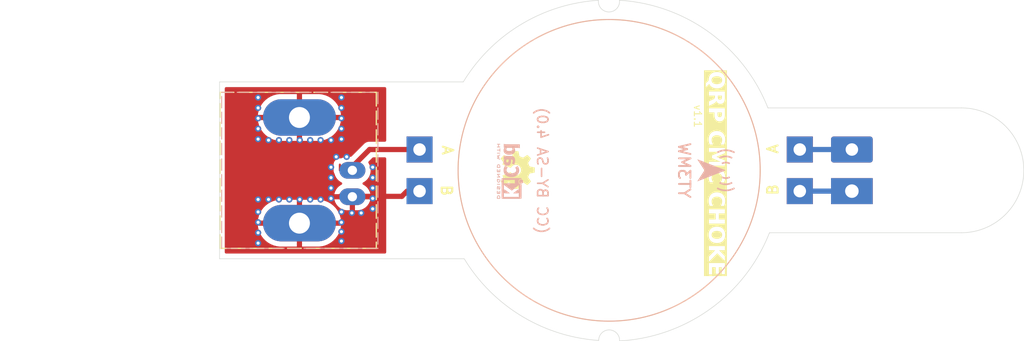
<source format=kicad_pcb>
(kicad_pcb (version 20241229) (generator "pcbnew") (generator_version "9.0")
  (title_block (title "QRP CMC Choke") (date "2026-01-02") (rev "1.1") (company "YT3MW"))
  (layers (0 "F.Cu" signal) (2 "B.Cu" signal) (13 "F.Paste" user) (15 "B.Paste" user) (5 "F.SilkS" user "F.Silkscreen") (7 "B.SilkS" user "B.Silkscreen") (1 "F.Mask" user) (3 "B.Mask" user) (25 "Edge.Cuts" user))
  (net 0 "")
  (net 1 "GND")
  (net 2 "Net-(C1-In)")
  (net 3 "Net-(COAX1-Pin_1)")
  (net 4 "Net-(F2-Pin_1)")
  (footprint "" (layer "F.Cu") (at 181.4 97.2)
    (property "Reference" "" (at -1.5 1 0) (layer "F.SilkS") (effects (font (size 1.27 1.27))))
    (property "Value" "")
    (pad "" np_thru_hole circle (at 0 0) (size 2.5 2.5) (drill 2.5) (layers "*.Cu" "*.Mask"))
  )
  (footprint "TestPoint:TestPoint_THTPad_2.5x2.5mm_Drill1.2mm" (layer "F.Cu") (at 171.9 102.2)
    (property "Reference" "J4" (hide yes))
    (property "Value" "Conn_01x01_Pin" (hide yes))
    (pad "1" thru_hole rect (at 0 0) (size 2.5 2.5) (drill 1.2) (layers "*.Cu" "*.Mask") (net 3 "Net-(COAX1-Pin_1)"))
  )
  (footprint "" (layer "F.Cu") (at 189.4 103.2)
    (property "Reference" "" (at 0 0 0) (layer "F.SilkS") (effects (font (size 1.27 1.27))))
    (property "Value" "")
    (pad "" np_thru_hole circle (at 0 0) (size 2.5 2.5) (drill 2.5) (layers "*.Cu" "*.Mask"))
  )
  (footprint "" (layer "F.Cu") (at 185.4 103.2)
    (property "Reference" "" (at 0 0 0) (layer "F.SilkS") (effects (font (size 1.27 1.27))))
    (property "Value" "")
    (pad "" np_thru_hole circle (at 0 0) (size 2.5 2.5) (drill 2.5) (layers "*.Cu" "*.Mask"))
  )
  (footprint "Connector_Coaxial:BNC_Amphenol_B6252HB-NPP3G-50_Horizontal" (layer "F.Cu") (at 128.95 100.2 90)
    (property "Reference" "C1" (hide yes))
    (property "Value" "BNC_CONN" (hide yes))
    (pad "1" thru_hole oval (at 0 0 90) (size 1.6 2.5) (drill 0.89) (layers "*.Cu" "*.Mask") (net 2 "Net-(C1-In)"))
    (pad "2" thru_hole oval (at -5.08 -5.08 90) (size 3.5 7) (drill 2.01) (layers "*.Cu" "*.Mask") (net 1 "GND"))
    (pad "2" thru_hole oval (at -2.54 0 90) (size 1.6 2.5) (drill 0.89) (layers "*.Cu" "*.Mask") (net 1 "GND"))
    (pad "2" thru_hole oval (at 5.08 -5.08 90) (size 3.5 7) (drill 2.01) (layers "*.Cu" "*.Mask") (net 1 "GND"))
  )
  (footprint "" (layer "F.Cu") (at 181.4 103.2)
    (property "Reference" "" (at 0 0 0) (layer "F.SilkS") (effects (font (size 1.27 1.27))))
    (property "Value" "")
    (pad "" np_thru_hole circle (at 0 0) (size 2.5 2.5) (drill 2.5) (layers "*.Cu" "*.Mask"))
  )
  (footprint "TestPoint:TestPoint_THTPad_2.5x2.5mm_Drill1.2mm" (layer "F.Cu") (at 135.4 98.2)
    (property "Reference" "J1" (hide yes))
    (property "Value" "Conn_01x01_Pin" (hide yes))
    (pad "1" thru_hole rect (at 0 0) (size 2.5 2.5) (drill 1.2) (layers "*.Cu" "*.Mask") (net 2 "Net-(C1-In)"))
  )
  (footprint "TestPoint:TestPoint_THTPad_2.5x2.5mm_Drill1.2mm" (layer "F.Cu") (at 176.9 102.2)
    (property "Reference" "COAX1" (hide yes))
    (property "Value" "Conn_01x01_Pin" (hide yes))
    (pad "1" thru_hole rect (at 0 0) (size 4 2.5) (drill 1.3) (layers "*.Cu" "*.Mask") (net 3 "Net-(COAX1-Pin_1)"))
  )
  (footprint "TestPoint:TestPoint_THTPad_2.5x2.5mm_Drill1.2mm" (layer "F.Cu") (at 171.9 98.2)
    (property "Reference" "F2" (hide yes))
    (property "Value" "Conn_01x01_Pin" (hide yes))
    (pad "1" thru_hole rect (at 0 0) (size 2.5 2.5) (drill 1.2) (layers "*.Cu" "*.Mask") (net 4 "Net-(F2-Pin_1)"))
  )
  (footprint "MountingHole:MountingHole_3.2mm_M3" (layer "F.Cu") (at 153.6 94.1)
    (property "Reference" "REF**" (hide yes))
    (property "Value" "MountingHole_3.2mm_M3" (hide yes))
    (pad "" np_thru_hole circle (at 0 0) (size 3.2 3.2) (drill 3.2) (layers "*.Cu" "*.Mask"))
  )
  (footprint "TestPoint:TestPoint_THTPad_2.5x2.5mm_Drill1.2mm" (layer "F.Cu") (at 176.9 98.2)
    (property "Reference" "J6" (hide yes))
    (property "Value" "Conn_01x01_Pin" (hide yes))
    (pad "1" thru_hole roundrect (at 0 0) (size 4 2.5) (drill 1.2) (layers "*.Cu" "*.Mask") (roundrect_rratio 0.1) (net 4 "Net-(F2-Pin_1)"))
  )
  (footprint "" (layer "F.Cu") (at 189.4 97.2)
    (property "Reference" "" (at 0 0 0) (layer "F.SilkS") (effects (font (size 1.27 1.27))))
    (property "Value" "")
    (pad "" np_thru_hole circle (at 0 0) (size 2.5 2.5) (drill 2.5) (layers "*.Cu" "*.Mask"))
  )
  (footprint "TestPoint:TestPoint_THTPad_2.5x2.5mm_Drill1.2mm" (layer "F.Cu") (at 135.4 102.2)
    (property "Reference" "F1" (hide yes))
    (property "Value" "Conn_01x01_Pin" (hide yes))
    (pad "1" thru_hole rect (at 0 0) (size 2.5 2.5) (drill 1.2) (layers "*.Cu" "*.Mask") (net 1 "GND"))
  )
  (footprint "MountingHole:MountingHole_3.2mm_M3" (layer "F.Cu") (at 153.6 106.3)
    (property "Reference" "REF**" (hide yes))
    (property "Value" "MountingHole_3.2mm_M3" (hide yes))
    (pad "" np_thru_hole circle (at 0 0) (size 3.2 3.2) (drill 3.2) (layers "*.Cu" "*.Mask"))
  )
  (footprint "" (layer "F.Cu") (at 185.4 97.2)
    (property "Reference" "" (at 0 0 0) (layer "F.SilkS") (effects (font (size 1.27 1.27))))
    (property "Value" "")
    (pad "" np_thru_hole circle (at 0 0) (size 2.5 2.5) (drill 2.5) (layers "*.Cu" "*.Mask"))
  )
  (footprint "Symbol:KiCad-Logo2_5mm_SilkScreen" (layer "B.Cu") (at 144.1 100.3 90)
    (property "Reference" "REF**" (hide yes))
    (property "Value" "KiCad-Logo2_5mm_SilkScreen" (hide yes))
  )
  (gr_circle (center 153.6 100.2) (end 168.1 100.2) (stroke (width 0.1)) (fill no) (layer "F.SilkS"))
  (gr_poly (pts (xy 146.457059 100.187061) (xy 146.454036 100.413855) (xy 146.407862 100.425255) (xy 146.394604 100.428259) (xy 146.374539 100.43245) (xy 146.317945 100.443629) (xy 146.245992 100.457263) (xy 146.166592 100.471825) (xy 146.089955 100.48638) (xy 146.025524 100.5) (xy 146 100.505983) (xy 145.980064 100.51116) (xy 145.966562 100.515342) (xy 145.962487 100.517) (xy 145.960338 100.518337) (xy 145.956641 100.524119) (xy 145.950657 100.535909) (xy 145.933223 100.574115) (xy 145.910824 100.62616) (xy 145.886247 100.68525) (xy 145.86228 100.744588) (xy 145.84171 100.79738) (xy 145.827323 100.836831) (xy 145.82332 100.84943) (xy 145.821908 100.856145) (xy 145.822042 100.856988) (xy 145.822438 100.858206) (xy 145.823993 100.861725) (xy 145.82652 100.86662) (xy 145.829967 100.872808) (xy 145.839412 100.888729) (xy 145.851908 100.908827) (xy 145.867037 100.932438) (xy 145.884378 100.958899) (xy 145.903513 100.987547) (xy 145.924022 101.017719) (xy 146.059126 101.214962) (xy 146.065753 101.224868) (xy 146.071935 101.234491) (xy 146.077537 101.243594) (xy 146.082425 101.251939) (xy 146.086462 101.259287) (xy 146.089513 101.265401) (xy 146.090626 101.26792) (xy 146.091443 101.270041) (xy 146.091945 101.271735) (xy 146.092116 101.272971) (xy 146.091896 101.273686) (xy 146.091245 101.274827) (xy 146.088689 101.278338) (xy 146.084534 101.283414) (xy 146.078866 101.289963) (xy 146.063335 101.307119) (xy 146.042786 101.329077) (xy 146.017907 101.355111) (xy 145.989386 101.384492) (xy 145.957912 101.416493) (xy 145.924174 101.450387) (xy 145.88105 101.493169) (xy 145.844569 101.528711) (xy 145.814252 101.557433) (xy 145.789622 101.579754) (xy 145.770199 101.596093) (xy 145.76229 101.602151) (xy 145.755505 101.606872) (xy 145.749782 101.610306) (xy 145.745062 101.612508) (xy 145.741285 101.613529) (xy 145.738391 101.613421) (xy 145.735638 101.612262) (xy 145.731077 101.609847) (xy 145.716951 101.601521) (xy 145.696846 101.588978) (xy 145.671599 101.572755) (xy 145.642044 101.553387) (xy 145.609017 101.531409) (xy 145.573352 101.507356) (xy 145.535886 101.481765) (xy 145.462992 101.432473) (xy 145.400998 101.392107) (xy 145.376141 101.376573) (xy 145.356472 101.364833) (xy 145.342812 101.357407) (xy 145.338492 101.355475) (xy 145.335982 101.354816) (xy 145.329487 101.356307) (xy 145.31683 101.360531) (xy 145.276569 101.375707) (xy 145.222281 101.397386) (xy 145.161051 101.422613) (xy 145.099961 101.448433) (xy 145.046095 101.471888) (xy 145.006535 101.490024) (xy 144.994334 101.496173) (xy 144.988365 101.499883) (xy 144.987303 101.501841) (xy 144.985836 101.506037) (xy 144.981792 101.520662) (xy 144.976449 101.542805) (xy 144.970022 101.571508) (xy 144.962726 101.605817) (xy 144.954777 101.644775) (xy 144.946389 101.687428) (xy 144.937777 101.73282) (xy 144.906582 101.895393) (xy 144.896067 101.947607) (xy 144.890968 101.970058) (xy 144.890467 101.970902) (xy 144.889634 101.971709) (xy 144.888458 101.97248) (xy 144.886924 101.973216) (xy 144.88502 101.973918) (xy 144.882733 101.974585) (xy 144.876956 101.975822) (xy 144.86949 101.97693) (xy 144.860229 101.977916) (xy 144.84907 101.978783) (xy 144.835908 101.979538) (xy 144.820639 101.980185) (xy 144.803158 101.98073) (xy 144.783361 101.981177) (xy 144.761143 101.981531) (xy 144.709029 101.981982) (xy 144.645979 101.982123) (xy 144.531658 101.98151) (xy 144.489341 101.98069) (xy 144.455918 101.979481) (xy 144.430636 101.977849) (xy 144.412744 101.975758) (xy 144.40149 101.973173) (xy 144.398117 101.971684) (xy 144.396122 101.970058) (xy 144.394981 101.96778) (xy 144.393503 101.963502) (xy 144.389628 101.949388) (xy 144.384686 101.928596) (xy 144.378867 101.902009) (xy 144.372361 101.870507) (xy 144.365357 101.834971) (xy 144.358045 101.796284) (xy 144.350613 101.755325) (xy 144.33581 101.674798) (xy 144.321944 101.605358) (xy 144.310613 101.55442) (xy 144.306396 101.538205) (xy 144.303412 101.529396) (xy 144.302496 101.527682) (xy 144.301384 101.52595) (xy 144.300066 101.524193) (xy 144.298528 101.522406) (xy 144.296759 101.520582) (xy 144.294747 101.518716) (xy 144.292481 101.516802) (xy 144.289948 101.514833) (xy 144.287137 101.512804) (xy 144.284036 101.510709) (xy 144.280633 101.508542) (xy 144.276917 101.506296) (xy 144.268496 101.501546) (xy 144.258678 101.496412) (xy 144.24737 101.490846) (xy 144.234477 101.4848) (xy 144.219904 101.478227) (xy 144.203557 101.471078) (xy 144.185341 101.463306) (xy 144.165162 101.454862) (xy 144.142925 101.445701) (xy 144.118536 101.435773) (xy 144.050085 101.408416) (xy 143.992133 101.385942) (xy 143.950794 101.370675) (xy 143.938264 101.366471) (xy 143.932179 101.36494) (xy 143.931291 101.36508) (xy 143.929938 101.365543) (xy 143.92589 101.367406) (xy 143.920135 101.370465) (xy 143.912774 101.374656) (xy 143.893638 101.386179) (xy 143.869288 101.401461) (xy 143.840527 101.419989) (xy 143.808163 101.441252) (xy 143.773 101.464736) (xy 143.735843 101.489929) (xy 143.663249 101.538643) (xy 143.630547 101.559949) (xy 143.601337 101.578536) (xy 143.576438 101.593888) (xy 143.556671 101.60549) (xy 143.542858 101.612829) (xy 143.53844 101.614739) (xy 143.535818 101.61539) (xy 143.534755 101.615171) (xy 143.533273 101.614519) (xy 143.529103 101.611962) (xy 143.5234 101.607807) (xy 143.516259 101.602138) (xy 143.507774 101.595042) (xy 143.498038 101.586606) (xy 143.475187 101.566055) (xy 143.448457 101.541174) (xy 143.418597 101.512651) (xy 143.386356 101.481177) (xy 143.352484 101.447439) (xy 143.300628 101.395115) (xy 143.260951 101.354526) (xy 143.231997 101.323894) (xy 143.221085 101.311756) (xy 143.212308 101.301441) (xy 143.205484 101.292727) (xy 143.20043 101.285392) (xy 143.196965 101.279213) (xy 143.194905 101.273968) (xy 143.194071 101.269435) (xy 143.194278 101.265392) (xy 143.195345 101.261617) (xy 143.197091 101.257888) (xy 143.201753 101.250149) (xy 143.210631 101.236358) (xy 143.238959 101.19371) (xy 143.27793 101.136116) (xy 143.323395 101.06975) (xy 143.367949 101.003953) (xy 143.387437 100.974341) (xy 143.404437 100.947911) (xy 143.41848 100.925403) (xy 143.429093 100.90756) (xy 143.435807 100.895123) (xy 143.437554 100.891164) (xy 143.438149 100.888835) (xy 143.437919 100.886938) (xy 143.437244 100.88425) (xy 143.436148 100.880821) (xy 143.434653 100.876702) (xy 143.432783 100.871941) (xy 143.430561 100.86659) (xy 143.425151 100.854312) (xy 143.418608 100.840268) (xy 143.411118 100.824856) (xy 143.402864 100.808475) (xy 143.394032 100.791523) (xy 143.385301 100.774685) (xy 143.377358 100.758633) (xy 143.370366 100.74374) (xy 143.364485 100.730385) (xy 143.35988 100.718942) (xy 143.35671 100.709787) (xy 143.355714 100.706185) (xy 143.355139 100.703297) (xy 143.355003 100.701168) (xy 143.355327 100.699847) (xy 143.35577 100.699333) (xy 143.356525 100.698695) (xy 143.35894 100.697061) (xy 143.362508 100.694975) (xy 143.367163 100.692469) (xy 143.379468 100.686316) (xy 143.395332 100.678844) (xy 143.414229 100.670296) (xy 143.435635 100.660915) (xy 143.459023 100.650944) (xy 143.483869 100.640625) (xy 143.87137 100.480291) (xy 143.974978 100.437635) (xy 144.06167 100.402702) (xy 144.122367 100.379099) (xy 144.14013 100.372672) (xy 144.147988 100.37043) (xy 144.148665 100.370509) (xy 144.149446 100.370744) (xy 144.150328 100.37113) (xy 144.151306 100.371664) (xy 144.152378 100.372342) (xy 144.15354 100.373161) (xy 144.156117 100.375202) (xy 144.15901 100.377757) (xy 144.16219 100.380795) (xy 144.165628 100.384284) (xy 144.169295 100.388194) (xy 144.173162 100.392494) (xy 144.1772 100.397153) (xy 144.181381 100.402139) (xy 144.185676 100.407422) (xy 144.190055 100.412971) (xy 144.194491 100.418754) (xy 144.198954 100.424741) (xy 144.203415 100.4309) (xy 144.218936 100.452146) (xy 144.234231 100.47202) (xy 144.249387 100.490594) (xy 144.264494 100.50794) (xy 144.279641 100.524126) (xy 144.294919 100.539226) (xy 144.310415 100.553308) (xy 144.326219 100.566445) (xy 144.342421 100.578707) (xy 144.35911 100.590165) (xy 144.376375 100.60089) (xy 144.394306 100.610953) (xy 144.412991 100.620424) (xy 144.432521 100.629375) (xy 144.452984 100.637876) (xy 144.474469 100.645999) (xy 144.498727 100.654129) (xy 144.522939 100.660972) (xy 144.547115 100.66653) (xy 144.571265 100.6708) (xy 144.595397 100.673782) (xy 144.619522 100.675476) (xy 144.643648 100.67588) (xy 144.667785 100.674996) (xy 144.691942 100.67282) (xy 144.716129 100.669354) (xy 144.740355 100.664597) (xy 144.764629 100.658547) (xy 144.78896 100.651205) (xy 144.813359 100.642569) (xy 144.837833 100.632639) (xy 144.862394 100.621415) (xy 144.878232 100.613406) (xy 144.893722 100.604836) (xy 144.908855 100.595722) (xy 144.923619 100.58608) (xy 144.938006 100.575926) (xy 144.952004 100.565277) (xy 144.965604 100.554148) (xy 144.978796 100.542556) (xy 144.991568 100.530518) (xy 145.003912 100.518049) (xy 145.015816 100.505166) (xy 145.027271 100.491885) (xy 145.038267 100.478223) (xy 145.048793 100.464195) (xy 145.058839 100.449818) (xy 145.068394 100.435108) (xy 145.07745 100.420081) (xy 145.085995 100.404754) (xy 145.09402 100.389144) (xy 145.101514 100.373265) (xy 145.108466 100.357135) (xy 145.114868 100.34077) (xy 145.120708 100.324185) (xy 145.125977 100.307398) (xy 145.130664 100.290425) (xy 145.134759 100.273281) (xy 145.138252 100.255983) (xy 145.141133 100.238548) (xy 145.143391 100.220992) (xy 145.145017 100.20333) (xy 145.145999 100.185579) (xy 145.146329 100.167756) (xy 145.145894 100.147559) (xy 145.1446 100.127458) (xy 145.139502 100.087639) (xy 145.131173 100.048487) (xy 145.119752 100.010188) (xy 145.105373 99.972929) (xy 145.088176 99.936896) (xy 145.068298 99.902276) (xy 145.045875 99.869256) (xy 145.021044 99.838022) (xy 144.993944 99.80876) (xy 144.964712 99.781658) (xy 144.933484 99.756903) (xy 144.900398 99.734679) (xy 144.865591 99.715175) (xy 144.847585 99.706501) (xy 144.829201 99.698577) (xy 144.810455 99.691426) (xy 144.791364 99.685072) (xy 144.774963 99.680484) (xy 144.757537 99.676509) (xy 144.739234 99.673145) (xy 144.7202 99.670393) (xy 144.700581 99.668252) (xy 144.680523 99.666723) (xy 144.660172 99.665806) (xy 144.639675 99.6655) (xy 144.619178 99.665806) (xy 144.598827 99.666723) (xy 144.578769 99.668252) (xy 144.55915 99.670393) (xy 144.540116 99.673145) (xy 144.521813 99.676509) (xy 144.504387 99.680484) (xy 144.487986 99.685072) (xy 144.467306 99.692049) (xy 144.446799 99.700144) (xy 144.426491 99.709338) (xy 144.406407 99.719607) (xy 144.386574 99.730933) (xy 144.367018 99.743294) (xy 144.347765 99.756668) (xy 144.328842 99.771037) (xy 144.310275 99.786377) (xy 144.29209 99.80267) (xy 144.274313 99.819894) (xy 144.25697 99.838027) (xy 144.240088 99.85705) (xy 144.223693 99.876942) (xy 144.207811 99.897681) (xy 144.192469 99.919247) (xy 144.18921 99.923918) (xy 144.185911 99.928458) (xy 144.182596 99.932842) (xy 144.179287 99.937049) (xy 144.176008 99.941054) (xy 144.17278 99.944834) (xy 144.169628 99.948366) (xy 144.166573 99.951625) (xy 144.16364 99.954589) (xy 144.16085 99.957233) (xy 144.158227 99.959536) (xy 144.155793 99.961472) (xy 144.153572 99.963019) (xy 144.151586 99.964153) (xy 144.149858 99.964851) (xy 144.149098 99.965028) (xy 144.148412 99.965088) (xy 144.146403 99.964792) (xy 144.143037 99.963924) (xy 144.132543 99.960587) (xy 144.117551 99.95531) (xy 144.098681 99.948328) (xy 144.076556 99.939874) (xy 144.051797 99.930182) (xy 144.025024 99.919486) (xy 143.996859 99.90802) (xy 143.506193 99.704879) (xy 143.396792 99.657751) (xy 143.369842 99.645167) (xy 143.359016 99.638901) (xy 143.358415 99.638177) (xy 143.357915 99.637326) (xy 143.357518 99.636346) (xy 143.357223 99.635236) (xy 143.357032 99.633994) (xy 143.356946 99.632618) (xy 143.356965 99.631107) (xy 143.357089 99.629459) (xy 143.35732 99.627674) (xy 143.357657 99.625748) (xy 143.358103 99.623682) (xy 143.358656 99.621472) (xy 143.360092 99.616619) (xy 143.361968 99.611177) (xy 143.364292 99.605132) (xy 143.367067 99.598474) (xy 143.370301 99.591188) (xy 143.373997 99.583264) (xy 143.378161 99.574689) (xy 143.382799 99.56545) (xy 143.387917 99.555536) (xy 143.393518 99.544933) (xy 143.402468 99.527797) (xy 143.410825 99.511251) (xy 143.418403 99.495698) (xy 143.425019 99.481538) (xy 143.430486 99.469175) (xy 143.43462 99.459011) (xy 143.437236 99.451447) (xy 143.437917 99.448766) (xy 143.438149 99.446886) (xy 143.438 99.445942) (xy 143.437556 99.444582) (xy 143.435817 99.440655) (xy 143.432988 99.435199) (xy 143.42913 99.428306) (xy 143.41856 99.410575) (xy 143.404574 99.388201) (xy 143.387641 99.361922) (xy 143.36823 99.332474) (xy 143.34681 99.300595) (xy 143.32385 99.267024) (xy 143.278525 99.200904) (xy 143.239606 99.143354) (xy 143.211233 99.100555) (xy 143.202295 99.086618) (xy 143.197545 99.078686) (xy 143.196528 99.076698) (xy 143.195649 99.07475) (xy 143.194932 99.072814) (xy 143.1944 99.070859) (xy 143.194077 99.068855) (xy 143.194002 99.067826) (xy 143.193988 99.066774) (xy 143.194039 99.065694) (xy 143.194157 99.064585) (xy 143.194346 99.06344) (xy 143.194608 99.062258) (xy 143.194947 99.061034) (xy 143.195365 99.059765) (xy 143.196451 99.057075) (xy 143.197891 99.054158) (xy 143.199709 99.050986) (xy 143.20193 99.047528) (xy 143.204576 99.043754) (xy 143.207672 99.039635) (xy 143.211243 99.035142) (xy 143.215312 99.030245) (xy 143.219903 99.024913) (xy 143.22504 99.019118) (xy 143.230748 99.012829) (xy 143.23705 99.006017) (xy 143.243971 98.998652) (xy 143.259764 98.982146) (xy 143.278319 98.963074) (xy 143.299829 98.941197) (xy 143.324487 98.916278) (xy 143.352485 98.88808) (xy 143.352272 98.888096) (xy 143.386128 98.854358) (xy 143.418324 98.822884) (xy 143.448112 98.794363) (xy 143.474744 98.769482) (xy 143.497472 98.748931) (xy 143.515549 98.733399) (xy 143.528227 98.723575) (xy 143.532308 98.721018) (xy 143.534759 98.720147) (xy 143.535787 98.720311) (xy 143.537275 98.720798) (xy 143.541579 98.722708) (xy 143.547569 98.725812) (xy 143.555145 98.730047) (xy 143.574643 98.74165) (xy 143.599261 98.757001) (xy 143.628183 98.775588) (xy 143.660595 98.796894) (xy 143.695685 98.820406) (xy 143.732637 98.845608) (xy 143.804612 98.894306) (xy 143.865775 98.934155) (xy 143.890281 98.949477) (xy 143.909657 98.961045) (xy 143.923097 98.968346) (xy 143.927337 98.970236) (xy 143.929789 98.970866) (xy 143.932202 98.970482) (xy 143.936314 98.969397) (xy 143.949251 98.965263) (xy 143.967827 98.958754) (xy 143.991271 98.950157) (xy 144.018812 98.93976) (xy 144.049677 98.927852) (xy 144.083095 98.914719) (xy 144.118294 98.90065) (xy 144.16578 98.881313) (xy 144.204564 98.865029) (xy 144.235515 98.851359) (xy 144.259502 98.83986) (xy 144.277392 98.830092) (xy 144.284322 98.825719) (xy 144.290054 98.821613) (xy 144.294696 98.817719) (xy 144.298357 98.813982) (xy 144.301145 98.810347) (xy 144.303169 98.806758) (xy 144.30448 98.803276) (xy 144.306126 98.797828) (xy 144.310328 98.781499) (xy 144.315571 98.758701) (xy 144.321656 98.730363) (xy 144.32838 98.697416) (xy 144.335542 98.660788) (xy 144.342939 98.621409) (xy 144.350371 98.580208) (xy 144.36517 98.500565) (xy 144.378659 98.433531) (xy 144.384457 98.406945) (xy 144.389381 98.386154) (xy 144.393249 98.372038) (xy 144.394731 98.367759) (xy 144.39588 98.365479) (xy 144.39669 98.364646) (xy 144.397825 98.363849) (xy 144.399296 98.363086) (xy 144.401114 98.362357) (xy 144.405835 98.361) (xy 144.412078 98.359773) (xy 144.419932 98.358671) (xy 144.429487 98.357691) (xy 144.440831 98.356827) (xy 144.454054 98.356075) (xy 144.469246 98.35543) (xy 144.486495 98.354889) (xy 144.505891 98.354447) (xy 144.527524 98.3541) (xy 144.577857 98.35367) (xy 144.638208 98.353565) (xy 144.729477 98.35418) (xy 144.805863 98.355746) (xy 144.859366 98.358028) (xy 144.875037 98.359365) (xy 144.879665 98.360069) (xy 144.881987 98.360792) (xy 144.882603 98.361439) (xy 144.883315 98.362641) (xy 144.885014 98.366648) (xy 144.887058 98.372699) (xy 144.889421 98.380679) (xy 144.895 98.401965) (xy 144.901544 98.429586) (xy 144.908844 98.462622) (xy 144.916694 98.500153) (xy 144.924885 98.541261) (xy 144.93321 98.585025) (xy 144.949453 98.670908) (xy 144.963997 98.744228) (xy 144.975235 98.797208) (xy 144.979113 98.813639) (xy 144.981561 98.822068) (xy 144.982229 98.823429) (xy 144.983159 98.82486) (xy 144.984354 98.826365) (xy 144.985819 98.827943) (xy 144.987558 98.829599) (xy 144.989575 98.831334) (xy 144.994461 98.83505) (xy 145.000511 98.839108) (xy 145.007758 98.843526) (xy 145.016235 98.848321) (xy 145.025977 98.853512) (xy 145.037017 98.859114) (xy 145.049389 98.865146) (xy 145.063126 98.871626) (xy 145.078261 98.87857) (xy 145.094829 98.885996) (xy 145.112864 98.893921) (xy 145.132398 98.902363) (xy 145.153465 98.91134) (xy 145.218563 98.938275) (xy 145.274697 98.960332) (xy 145.29753 98.96882) (xy 145.315875 98.975235) (xy 145.328982 98.979293) (xy 145.333338 98.980349) (xy 145.336103 98.980709) (xy 145.3373 98.980543) (xy 145.338957 98.980051) (xy 145.343593 98.978122) (xy 145.349909 98.974985) (xy 145.3578 98.970707) (xy 145.377894 98.958984) (xy 145.403046 98.943474) (xy 145.432426 98.924696) (xy 145.465205 98.90317) (xy 145.500553 98.879416) (xy 145.53764 98.853954) (xy 145.609982 98.804349) (xy 145.671901 98.76299) (xy 145.716816 98.734199) (xy 145.730842 98.725865) (xy 145.738149 98.722294) (xy 145.739497 98.722085) (xy 145.741053 98.722147) (xy 145.742824 98.722488) (xy 145.744819 98.723114) (xy 145.747046 98.724033) (xy 145.749512 98.725252) (xy 145.752225 98.726778) (xy 145.755194 98.728618) (xy 145.761931 98.733266) (xy 145.769786 98.739254) (xy 145.778824 98.746637) (xy 145.789107 98.755471) (xy 145.800702 98.765814) (xy 145.81367 98.77772) (xy 145.828077 98.791246) (xy 145.843987 98.806448) (xy 145.861463 98.823383) (xy 145.88057 98.842106) (xy 145.923932 98.885141) (xy 145.989149 98.951085) (xy 146.042559 99.006634) (xy 146.063114 99.028685) (xy 146.078649 99.045946) (xy 146.088476 99.057688) (xy 146.091033 99.061261) (xy 146.091904 99.06318) (xy 146.091221 99.065226) (xy 146.089218 99.069175) (xy 146.081518 99.082362) (xy 146.069346 99.101911) (xy 146.053241 99.126988) (xy 146.033745 99.156763) (xy 146.011397 99.190403) (xy 145.986738 99.227076) (xy 145.960308 99.265951) (xy 145.908864 99.341981) (xy 145.866052 99.406707) (xy 145.836343 99.453277) (xy 145.827798 99.467611) (xy 145.824206 99.474836) (xy 145.824721 99.481288) (xy 145.827858 99.493657) (xy 145.840659 99.532779) (xy 145.859941 99.585478) (xy 145.883031 99.645031) (xy 145.907259 99.704714) (xy 145.929955 99.757803) (xy 145.948448 99.797575) (xy 145.955283 99.810366) (xy 145.960066 99.817306) (xy 145.964188 99.819447) (xy 145.972951 99.822382) (xy 146.00318 99.830378) (xy 146.048325 99.840789) (xy 146.105954 99.853108) (xy 146.173636 99.866832) (xy 146.248941 99.881452) (xy 146.32944 99.896465) (xy 146.4127 99.911365) (xy 146.417458 99.912266) (xy 146.421873 99.913242) (xy 146.425957 99.914299) (xy 146.429721 99.915444) (xy 146.433177 99.916687) (xy 146.436335 99.918035) (xy 146.439207 99.919495) (xy 146.441804 99.921075) (xy 146.444138 99.922783) (xy 146.446219 99.924627) (xy 146.448059 99.926614) (xy 146.449669 99.928752) (xy 146.45106 99.931049) (xy 146.452245 99.933513) (xy 146.453233 99.936152) (xy 146.454036 99.938972) (xy 146.454578 99.942316) (xy 146.455071 99.947876) (xy 146.455911 99.965132) (xy 146.45656 99.989721) (xy 146.457022 100.020628) (xy 146.457395 100.097318)) (fill yes) (layer "F.SilkS"))
  (gr_rect (start 116.4 92.7) (end 131.4 107.7) (stroke (width 0.1) (type dash)) (fill no) (layer "B.SilkS"))
  (gr_poly (pts (xy 165.191349 100.930387) (xy 165.167815 100.942573) (xy 165.14385 100.954038) (xy 165.119469 100.964765) (xy 165.094687 100.974736) (xy 165.06952 100.983932) (xy 165.043983 100.992337) (xy 165.01809 100.999933) (xy 164.991858 101.006701) (xy 164.965301 101.012625) (xy 164.938435 101.017686) (xy 164.911275 101.021866) (xy 164.883837 101.025149) (xy 164.856134 101.027515) (xy 164.828184 101.028948) (xy 164.8 101.02943) (xy 164.771762 101.028948) (xy 164.743768 101.027515) (xy 164.716033 101.025148) (xy 164.688569 101.021865) (xy 164.661393 101.017684) (xy 164.634518 101.012623) (xy 164.607957 101.006699) (xy 164.581727 100.99993) (xy 164.555839 100.992334) (xy 164.530309 100.983929) (xy 164.505152 100.974732) (xy 164.48038 100.964762) (xy 164.456009 100.954035) (xy 164.432052 100.942571) (xy 164.408524 100.930386) (xy 164.385439 100.917498) (xy 164.463908 100.781846) (xy 164.482757 100.792354) (xy 164.501935 100.802278) (xy 164.521434 100.811606) (xy 164.541245 100.820324) (xy 164.561358 100.828419) (xy 164.581765 100.835878) (xy 164.602457 100.842689) (xy 164.623424 100.848838) (xy 164.644658 100.854312) (xy 164.666149 100.859099) (xy 164.687889 100.863184) (xy 164.709868 100.866556) (xy 164.732078 100.869202) (xy 164.754509 100.871108) (xy 164.777153 100.87226) (xy 164.8 100.872648) (xy 164.822813 100.87226) (xy 164.845426 100.871108) (xy 164.867828 100.869202) (xy 164.890011 100.866556) (xy 164.911965 100.863184) (xy 164.933682 100.859099) (xy 164.95515 100.854312) (xy 164.976362 100.848838) (xy 164.997308 100.842689) (xy 165.017979 100.835878) (xy 165.038365 100.828419) (xy 165.058457 100.820324) (xy 165.078246 100.811606) (xy 165.097722 100.802278) (xy 165.116876 100.792354) (xy 165.135699 100.781846) (xy 165.214436 100.917498)) (fill yes) (layer "B.SilkS"))
  (gr_poly (pts (xy 165.409578 101.466633) (xy 165.37288 101.485606) (xy 165.335518 101.503439) (xy 165.297513 101.520107) (xy 165.258891 101.535585) (xy 165.219675 101.549847) (xy 165.179888 101.56287) (xy 165.139553 101.574628) (xy 165.098695 101.585095) (xy 165.057336 101.594248) (xy 165.0155 101.602062) (xy 164.973211 101.60851) (xy 164.930492 101.613569) (xy 164.887367 101.617213) (xy 164.84386 101.619418) (xy 164.799992 101.620159) (xy 164.75609 101.619418) (xy 164.71255 101.617214) (xy 164.669395 101.61357) (xy 164.626651 101.608511) (xy 164.58434 101.602063) (xy 164.542485 101.59425) (xy 164.501112 101.585098) (xy 164.460242 101.574631) (xy 164.4199 101.562873) (xy 164.38011 101.549851) (xy 164.340894 101.535588) (xy 164.302278 101.52011) (xy 164.264284 101.503442) (xy 164.226935 101.485608) (xy 164.190257 101.466634) (xy 164.154271 101.446544) (xy 164.233008 101.310899) (xy 164.264629 101.32856) (xy 164.296848 101.345238) (xy 164.329646 101.36091) (xy 164.363004 101.375555) (xy 164.396902 101.389152) (xy 164.431321 101.401679) (xy 164.466243 101.413115) (xy 164.501649 101.423438) (xy 164.537518 101.432627) (xy 164.573832 101.440661) (xy 164.610573 101.447517) (xy 164.64772 101.453175) (xy 164.685254 101.457613) (xy 164.723157 101.460809) (xy 164.76141 101.462743) (xy 164.799992 101.463392) (xy 164.838527 101.462743) (xy 164.876735 101.46081) (xy 164.914597 101.457613) (xy 164.952096 101.453176) (xy 164.989213 101.447519) (xy 165.025928 101.440664) (xy 165.062224 101.432633) (xy 165.098082 101.423447) (xy 165.133482 101.413127) (xy 165.168407 101.401696) (xy 165.202837 101.389175) (xy 165.236755 101.375585) (xy 165.27014 101.360948) (xy 165.302976 101.345285) (xy 165.335243 101.328619) (xy 165.366922 101.31097) (xy 165.445588 101.446544)) (fill yes) (layer "B.SilkS"))
  (gr_poly (pts (xy 165.367063 99.089203) (xy 165.335394 99.071531) (xy 165.303132 99.054842) (xy 165.270296 99.03916) (xy 165.236905 99.024505) (xy 165.202979 99.010899) (xy 165.168537 98.998364) (xy 165.133598 98.98692) (xy 165.098183 98.97659) (xy 165.062309 98.967394) (xy 165.025997 98.959356) (xy 164.989266 98.952494) (xy 164.952135 98.946832) (xy 164.914623 98.942391) (xy 164.876751 98.939193) (xy 164.838537 98.937258) (xy 164.8 98.936608) (xy 164.761417 98.937258) (xy 164.723165 98.939196) (xy 164.685262 98.942398) (xy 164.647727 98.946842) (xy 164.61058 98.952509) (xy 164.57384 98.959374) (xy 164.537526 98.967417) (xy 164.501656 98.976616) (xy 164.466251 98.986949) (xy 164.431329 98.998395) (xy 164.39691 99.01093) (xy 164.363011 99.024535) (xy 164.329654 99.039186) (xy 164.296856 99.054863) (xy 164.264637 99.071542) (xy 164.233016 99.089203) (xy 164.154279 98.953519) (xy 164.190265 98.933428) (xy 164.226943 98.914452) (xy 164.264292 98.896615) (xy 164.302286 98.879942) (xy 164.340902 98.864459) (xy 164.380118 98.85019) (xy 164.419908 98.837161) (xy 164.46025 98.825397) (xy 164.501119 98.814923) (xy 164.542493 98.805764) (xy 164.584348 98.797946) (xy 164.626659 98.791492) (xy 164.669403 98.786429) (xy 164.712557 98.782782) (xy 164.756098 98.780575) (xy 164.8 98.779834) (xy 164.843867 98.780576) (xy 164.887375 98.782785) (xy 164.930499 98.786435) (xy 164.973217 98.791502) (xy 165.015504 98.79796) (xy 165.057337 98.805783) (xy 165.098691 98.814946) (xy 165.139544 98.825424) (xy 165.179872 98.837191) (xy 165.21965 98.850221) (xy 165.258856 98.86449) (xy 165.297465 98.879972) (xy 165.335454 98.896641) (xy 165.372799 98.914472) (xy 165.409476 98.93344) (xy 165.445462 98.953519)) (fill yes) (layer "B.SilkS"))
  (gr_poly (pts (xy 165.366922 101.182418) (xy 165.366922 101.182316) (xy 165.367055 101.182316)) (fill yes) (layer "B.SilkS"))
  (gr_poly (pts (xy 162.051804 101.266952) (xy 162.749139 100.2) (xy 162.051804 99.13308) (xy 164.8 100.2)) (fill yes) (layer "B.SilkS"))
  (gr_poly (pts (xy 165.135896 99.618225) (xy 165.117059 99.607718) (xy 165.09789 99.597795) (xy 165.078398 99.588469) (xy 165.058593 99.579753) (xy 165.038485 99.57166) (xy 165.018082 99.564203) (xy 164.997396 99.557395) (xy 164.976434 99.551249) (xy 164.955207 99.545778) (xy 164.933725 99.540994) (xy 164.911997 99.536911) (xy 164.890032 99.533541) (xy 164.86784 99.530898) (xy 164.845431 99.528994) (xy 164.822815 99.527842) (xy 164.8 99.527455) (xy 164.777151 99.527842) (xy 164.754503 99.528994) (xy 164.732066 99.530898) (xy 164.709848 99.533541) (xy 164.68786 99.536911) (xy 164.666112 99.540994) (xy 164.644612 99.545778) (xy 164.623371 99.551249) (xy 164.602398 99.557395) (xy 164.581703 99.564203) (xy 164.561295 99.57166) (xy 164.541185 99.579753) (xy 164.521382 99.588469) (xy 164.501894 99.597795) (xy 164.482733 99.607718) (xy 164.463908 99.618225) (xy 164.385447 99.482447) (xy 164.408532 99.469582) (xy 164.43206 99.457418) (xy 164.456017 99.445972) (xy 164.480388 99.435262) (xy 164.50516 99.425307) (xy 164.530317 99.416124) (xy 164.555847 99.407731) (xy 164.581734 99.400145) (xy 164.607965 99.393385) (xy 164.634526 99.387469) (xy 164.661401 99.382413) (xy 164.688577 99.378237) (xy 164.71604 99.374958) (xy 164.743776 99.372594) (xy 164.77177 99.371162) (xy 164.800008 99.370681) (xy 164.828189 99.371162) (xy 164.856134 99.372594) (xy 164.883828 99.374958) (xy 164.911258 99.378237) (xy 164.938407 99.382413) (xy 164.965261 99.387469) (xy 164.991805 99.393385) (xy 165.018024 99.400145) (xy 165.043904 99.407731) (xy 165.069429 99.416124) (xy 165.094585 99.425307) (xy 165.119356 99.435263) (xy 165.143729 99.445972) (xy 165.167687 99.457418) (xy 165.191217 99.469582) (xy 165.214302 99.482447)) (fill yes) (layer "B.SilkS"))
  (gr_poly (pts (xy 165.627605 102.002491) (xy 165.577788 102.028239) (xy 165.527069 102.05244) (xy 165.47548 102.075059) (xy 165.423051 102.096063) (xy 165.369816 102.115419) (xy 165.315804 102.133091) (xy 165.261048 102.149046) (xy 165.20558 102.163252) (xy 165.149431 102.175672) (xy 165.092632 102.186275) (xy 165.035215 102.195026) (xy 164.977212 102.201891) (xy 164.918654 102.206837) (xy 164.859573 102.209829) (xy 164.8 102.210833) (xy 164.740423 102.209829) (xy 164.681332 102.206837) (xy 164.622761 102.201891) (xy 164.564741 102.195026) (xy 164.507305 102.186275) (xy 164.450486 102.175672) (xy 164.394317 102.163252) (xy 164.338829 102.149046) (xy 164.284056 102.133091) (xy 164.230029 102.115419) (xy 164.176782 102.096063) (xy 164.124347 102.075059) (xy 164.072757 102.05244) (xy 164.022044 102.028239) (xy 163.97224 102.002491) (xy 163.923379 101.975228) (xy 164.001786 101.839552) (xy 164.046328 101.864391) (xy 164.09171 101.887847) (xy 164.137905 101.909891) (xy 164.184886 101.930491) (xy 164.232626 101.949617) (xy 164.281096 101.967239) (xy 164.33027 101.983327) (xy 164.380121 101.99785) (xy 164.430621 102.010778) (xy 164.481742 102.022081) (xy 164.533458 102.031728) (xy 164.585742 102.039689) (xy 164.638565 102.045934) (xy 164.6919 102.050432) (xy 164.745721 102.053153) (xy 164.8 102.054067) (xy 164.854275 102.053153) (xy 164.908086 102.050432) (xy 164.961405 102.045934) (xy 165.014206 102.039689) (xy 165.066463 102.031728) (xy 165.11815 102.022081) (xy 165.16924 102.010778) (xy 165.219707 101.99785) (xy 165.269523 101.983327) (xy 165.318663 101.967239) (xy 165.367101 101.949617) (xy 165.414809 101.930491) (xy 165.461762 101.909891) (xy 165.507933 101.887847) (xy 165.553295 101.864391) (xy 165.597822 101.839552) (xy 165.676488 101.975228)) (fill yes) (layer "B.SilkS"))
  (gr_poly (pts (xy 165.676354 98.424843) (xy 165.597955 98.56048) (xy 165.553403 98.535635) (xy 165.50802 98.512174) (xy 165.461831 98.490127) (xy 165.414862 98.469524) (xy 165.367141 98.450396) (xy 165.318692 98.432772) (xy 165.269544 98.416682) (xy 165.21972 98.402158) (xy 165.169249 98.38923) (xy 165.118155 98.377926) (xy 165.066466 98.368279) (xy 165.014207 98.360318) (xy 164.961405 98.354074) (xy 164.908086 98.349576) (xy 164.854275 98.346855) (xy 164.8 98.345941) (xy 164.745721 98.346855) (xy 164.6919 98.349576) (xy 164.638565 98.354074) (xy 164.585742 98.360318) (xy 164.533459 98.368279) (xy 164.481743 98.377926) (xy 164.430621 98.38923) (xy 164.380122 98.402158) (xy 164.330272 98.416682) (xy 164.281098 98.432772) (xy 164.232628 98.450396) (xy 164.184889 98.469524) (xy 164.137909 98.490127) (xy 164.091715 98.512174) (xy 164.046334 98.535635) (xy 164.001793 98.56048) (xy 163.923387 98.424843) (xy 163.972247 98.397563) (xy 164.022049 98.3718) (xy 164.072761 98.347587) (xy 164.12435 98.324958) (xy 164.176785 98.303946) (xy 164.230031 98.284585) (xy 164.284057 98.266909) (xy 164.33883 98.250951) (xy 164.394317 98.236745) (xy 164.450487 98.224323) (xy 164.507306 98.213721) (xy 164.564741 98.204971) (xy 164.622761 98.198107) (xy 164.681332 98.193163) (xy 164.740423 98.190172) (xy 164.8 98.189167) (xy 164.859573 98.190172) (xy 164.918654 98.193163) (xy 164.977212 98.198107) (xy 165.035215 98.204971) (xy 165.092632 98.213721) (xy 165.149431 98.224323) (xy 165.20558 98.236745) (xy 165.261048 98.250951) (xy 165.315804 98.266909) (xy 165.369816 98.284585) (xy 165.423051 98.303946) (xy 165.47548 98.324958) (xy 165.527069 98.347587) (xy 165.577788 98.3718) (xy 165.627605 98.397563) (xy 165.676488 98.424843)) (fill yes) (layer "B.SilkS"))
  (gr_circle (center 153.6 100.2) (end 139.1 100.2) (stroke (width 0.1)) (fill no) (layer "B.SilkS"))
  (gr_line (start 116.2 91.7) (end 139.6 91.7) (stroke (width 0.05)) (layer "Edge.Cuts"))
  (gr_line (start 116.2 108.7) (end 139.687638 108.699998) (stroke (width 0.05)) (layer "Edge.Cuts"))
  (gr_arc (start 187.401184 94.19999) (mid 193.400008 100.195168) (end 187.410848 106.2) (stroke (width 0.05)) (layer "Edge.Cuts"))
  (gr_arc (start 154.592781 83.851778) (mid 163.225309 86.948456) (end 168.839815 94.200165) (stroke (width 0.05)) (layer "Edge.Cuts"))
  (gr_arc (start 152.596612 116.551721) (mid 145.183319 114.202228) (end 139.687638 108.699998) (stroke (width 0.05)) (layer "Edge.Cuts"))
  (gr_arc (start 168.989539 106.2) (mid 163.321086 113.511826) (end 154.6 116.6) (stroke (width 0.05)) (layer "Edge.Cuts"))
  (gr_arc (start 154.59265 83.850534) (mid 153.583096 84.974581) (end 152.569578 83.854107) (stroke (width 0.05)) (layer "Edge.Cuts"))
  (gr_arc (start 152.596612 116.551722) (mid 153.623239 115.541238) (end 154.6 116.6) (stroke (width 0.05)) (layer "Edge.Cuts"))
  (gr_line (start 187.410848 106.2) (end 168.989539 106.2) (stroke (width 0.05)) (layer "Edge.Cuts"))
  (gr_line (start 187.401185 94.2) (end 168.839813 94.200165) (stroke (width 0.05)) (layer "Edge.Cuts"))
  (gr_line (start 116.2 91.7) (end 116.2 108.7) (stroke (width 0.05)) (layer "Edge.Cuts"))
  (gr_arc (start 139.6 91.7) (mid 145.122508 86.186359) (end 152.569583 83.854107) (stroke (width 0.05)) (layer "Edge.Cuts"))
  (gr_text "QRP CMC CHOKE" (at 163.8 100.5 270) (layer "F.SilkS" knockout) (effects (font (size 1.5 1.5) (thickness 0.125))))
  (gr_text "A" (at 137.5 97.7 270) (layer "F.SilkS") (effects (font (size 1 1) (thickness 0.2) (bold yes)) (justify left bottom)))
  (gr_text "v1.1\n" (at 162.1 95 270) (layer "F.SilkS") (effects (font (size 0.7 0.7) (thickness 0.1))))
  (gr_text "B" (at 137.4 101.5 270) (layer "F.SilkS") (effects (font (size 1 1) (thickness 0.2) (bold yes)) (justify left bottom)))
  (gr_text "" (at 187.4 103.2 0) (layer "F.SilkS") (effects (font (size 1.27 1.27))))
  (gr_text "B" (at 169.9 102.7 90) (layer "F.SilkS") (effects (font (size 1 1) (thickness 0.2) (bold yes)) (justify left bottom)))
  (gr_text "A" (at 169.9 98.7 90) (layer "F.SilkS") (effects (font (size 1 1) (thickness 0.2) (bold yes)) (justify left bottom)))
  (gr_text "YT3MW" (at 160.8 100.2 270) (layer "B.SilkS") (effects (font (size 1.1 1.1) (thickness 0.18)) (justify mirror)))
  (gr_text "(CC BY-SA 4.0)" (at 146.6 106.4 270) (layer "B.SilkS") (effects (font (size 1 1)) (justify left bottom mirror)))
  (segment (start 127.75 102.74) (end 127.79 102.7) (width 0.5) (layer "F.Cu") (net 1))
  (segment (start 133.7 102.7) (end 134.2 102.2) (width 0.5) (layer "F.Cu") (net 1))
  (segment (start 127.79 102.7) (end 133.7 102.7) (width 0.5) (layer "F.Cu") (net 1))
  (via (at 125.9 97.3) (size 0.6) (drill 0.3) (layers "F.Cu" "B.Cu") (net 1))
  (via (at 122.9 103) (size 0.6) (drill 0.3) (layers "F.Cu" "B.Cu") (net 1))
  (via (at 126.9 102.9) (size 0.6) (drill 0.3) (layers "F.Cu" "B.Cu") (net 1))
  (via (at 119.9 97.2) (size 0.6) (drill 0.3) (layers "F.Cu" "B.Cu") (net 1))
  (via (at 123.9 103) (size 0.6) (drill 0.3) (layers "F.Cu" "B.Cu") (net 1))
  (via (at 127.9 95.2) (size 0.6) (drill 0.3) (layers "F.Cu" "B.Cu") (net 1))
  (via (at 119.9 105.2) (size 0.6) (drill 0.3) (layers "F.Cu" "B.Cu") (net 1))
  (via (at 120.9 103) (size 0.6) (drill 0.3) (layers "F.Cu" "B.Cu") (net 1))
  (via (at 130.9 100.9) (size 0.6) (drill 0.3) (layers "F.Cu" "B.Cu") (net 1))
  (via (at 130.9 99.9) (size 0.6) (drill 0.3) (layers "F.Cu" "B.Cu") (net 1))
  (via (at 119.9 103) (size 0.6) (drill 0.3) (layers "F.Cu" "B.Cu") (net 1))
  (via (at 127.9 106.1) (size 0.6) (drill 0.3) (layers "F.Cu" "B.Cu") (net 1))
  (via (at 122.9 97.3) (size 0.6) (drill 0.3) (layers "F.Cu" "B.Cu") (net 1))
  (via (at 129.8 104.3) (size 0.6) (drill 0.3) (layers "F.Cu" "B.Cu") (net 1))
  (via (at 121.9 103) (size 0.6) (drill 0.3) (layers "F.Cu" "B.Cu") (net 1))
  (via (at 127.9 105.2) (size 0.6) (drill 0.3) (layers "F.Cu" "B.Cu") (net 1))
  (via (at 128.9 104.3) (size 0.6) (drill 0.3) (layers "F.Cu" "B.Cu") (net 1))
  (via (at 126.9 101.9) (size 0.6) (drill 0.3) (layers "F.Cu" "B.Cu") (net 1))
  (via (at 119.9 106.2) (size 0.6) (drill 0.3) (layers "F.Cu" "B.Cu") (net 1))
  (via (at 119.9 96.2) (size 0.6) (drill 0.3) (layers "F.Cu" "B.Cu") (net 1))
  (via (at 126.9 99.9) (size 0.6) (drill 0.3) (layers "F.Cu" "B.Cu") (net 1))
  (via (at 130.9 101.9) (size 0.6) (drill 0.3) (layers "F.Cu" "B.Cu") (net 1))
  (via (at 127.9 94.2) (size 0.6) (drill 0.3) (layers "F.Cu" "B.Cu") (net 1))
  (via (at 119.9 94.2) (size 0.6) (drill 0.3) (layers "F.Cu" "B.Cu") (net 1))
  (via (at 119.9 107.2) (size 0.6) (drill 0.3) (layers "F.Cu" "B.Cu") (net 1))
  (via (at 130.9 103.9) (size 0.6) (drill 0.3) (layers "F.Cu" "B.Cu") (net 1))
  (via (at 127.9 104.2) (size 0.6) (drill 0.3) (layers "F.Cu" "B.Cu") (net 1))
  (via (at 119.9 95.2) (size 0.6) (drill 0.3) (layers "F.Cu" "B.Cu") (net 1))
  (via (at 120.9 97.3) (size 0.6) (drill 0.3) (layers "F.Cu" "B.Cu") (net 1))
  (via (at 126.9 100.9) (size 0.6) (drill 0.3) (layers "F.Cu" "B.Cu") (net 1))
  (via (at 125.9 103) (size 0.6) (drill 0.3) (layers "F.Cu" "B.Cu") (net 1))
  (via (at 127.9 97.2) (size 0.6) (drill 0.3) (layers "F.Cu" "B.Cu") (net 1))
  (via (at 121.9 97.3) (size 0.6) (drill 0.3) (layers "F.Cu" "B.Cu") (net 1))
  (via (at 119.9 104.2) (size 0.6) (drill 0.3) (layers "F.Cu" "B.Cu") (net 1))
  (via (at 128.4 98.9) (size 0.6) (drill 0.3) (layers "F.Cu" "B.Cu") (net 1))
  (via (at 127.9 107) (size 0.6) (drill 0.3) (layers "F.Cu" "B.Cu") (net 1))
  (via (at 130.9 102.9) (size 0.6) (drill 0.3) (layers "F.Cu" "B.Cu") (net 1))
  (via (at 127.4 98.9) (size 0.6) (drill 0.3) (layers "F.Cu" "B.Cu") (net 1))
  (via (at 123.9 97.3) (size 0.6) (drill 0.3) (layers "F.Cu" "B.Cu") (net 1))
  (via (at 126.9 97.3) (size 0.6) (drill 0.3) (layers "F.Cu" "B.Cu") (net 1))
  (via (at 127.9 93.2) (size 0.6) (drill 0.3) (layers "F.Cu" "B.Cu") (net 1))
  (via (at 124.9 97.3) (size 0.6) (drill 0.3) (layers "F.Cu" "B.Cu") (net 1))
  (via (at 119.9 93.2) (size 0.6) (drill 0.3) (layers "F.Cu" "B.Cu") (net 1))
  (via (at 127.9 96.2) (size 0.6) (drill 0.3) (layers "F.Cu" "B.Cu") (net 1))
  (via (at 124.9 103) (size 0.6) (drill 0.3) (layers "F.Cu" "B.Cu") (net 1))
  (segment (start 128.95 102.74) (end 128.99 102.7) (width 0.5) (layer "B.Cu") (net 1))
  (segment (start 128.95 99.85) (end 130.6 98.2) (width 0.5) (layer "F.Cu") (net 2))
  (segment (start 128.95 100.2) (end 128.95 99.85) (width 0.5) (layer "F.Cu") (net 2))
  (segment (start 130.6 98.2) (end 134.2 98.2) (width 0.5) (layer "F.Cu") (net 2))
  (segment (start 127.75 100.2) (end 127.75 99.65) (width 0.2) (layer "F.Cu") (net 2))
  (segment (start 128.95 100.2) (end 129.4 100.2) (width 0.2) (layer "B.Cu") (net 2))
  (segment (start 171.9 102.2) (end 176.4 102.2) (width 0.5) (layer "B.Cu") (net 3))
  (segment (start 171.9 98.2) (end 176.9 98.2) (width 0.5) (layer "B.Cu") (net 4))
  (zone (net 1) (net_name "GND") (layer "F.Cu") (connect_pads (clearance 0.5)) (min_thickness 0.25) (fill yes (thermal_gap 0.5) (thermal_bridge_width 0.5))
    (polygon (pts (xy 116.2 91.6) (xy 132.2 91.6) (xy 132.2 108.6) (xy 116.2 108.6)))
  )
)
</source>
